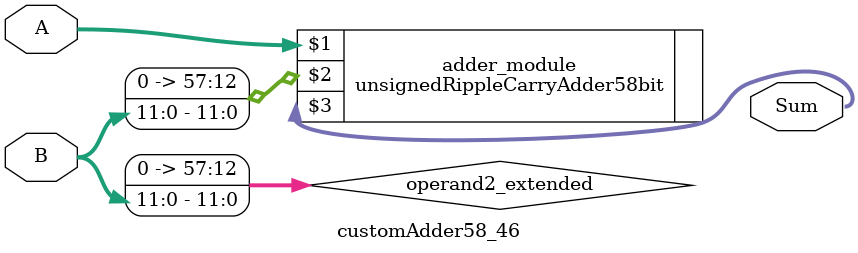
<source format=v>
module customAdder58_46(
                        input [57 : 0] A,
                        input [11 : 0] B,
                        
                        output [58 : 0] Sum
                );

        wire [57 : 0] operand2_extended;
        
        assign operand2_extended =  {46'b0, B};
        
        unsignedRippleCarryAdder58bit adder_module(
            A,
            operand2_extended,
            Sum
        );
        
        endmodule
        
</source>
